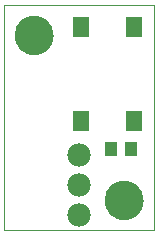
<source format=gts>
G75*
%MOIN*%
%OFA0B0*%
%FSLAX25Y25*%
%IPPOS*%
%LPD*%
%AMOC8*
5,1,8,0,0,1.08239X$1,22.5*
%
%ADD10C,0.00000*%
%ADD11C,0.12900*%
%ADD12C,0.07800*%
%ADD13R,0.04337X0.04731*%
%ADD14R,0.05518X0.06502*%
D10*
X0001655Y0001500D02*
X0001655Y0076500D01*
X0051655Y0076500D01*
X0051655Y0001500D01*
X0001655Y0001500D01*
X0035405Y0011500D02*
X0035407Y0011658D01*
X0035413Y0011815D01*
X0035423Y0011973D01*
X0035437Y0012130D01*
X0035455Y0012286D01*
X0035476Y0012443D01*
X0035502Y0012598D01*
X0035532Y0012753D01*
X0035565Y0012907D01*
X0035603Y0013060D01*
X0035644Y0013213D01*
X0035689Y0013364D01*
X0035738Y0013514D01*
X0035791Y0013662D01*
X0035847Y0013810D01*
X0035908Y0013955D01*
X0035971Y0014100D01*
X0036039Y0014242D01*
X0036110Y0014383D01*
X0036184Y0014522D01*
X0036262Y0014659D01*
X0036344Y0014794D01*
X0036428Y0014927D01*
X0036517Y0015058D01*
X0036608Y0015186D01*
X0036703Y0015313D01*
X0036800Y0015436D01*
X0036901Y0015558D01*
X0037005Y0015676D01*
X0037112Y0015792D01*
X0037222Y0015905D01*
X0037334Y0016016D01*
X0037450Y0016123D01*
X0037568Y0016228D01*
X0037688Y0016330D01*
X0037811Y0016428D01*
X0037937Y0016524D01*
X0038065Y0016616D01*
X0038195Y0016705D01*
X0038327Y0016791D01*
X0038462Y0016873D01*
X0038599Y0016952D01*
X0038737Y0017027D01*
X0038877Y0017099D01*
X0039020Y0017167D01*
X0039163Y0017232D01*
X0039309Y0017293D01*
X0039456Y0017350D01*
X0039604Y0017404D01*
X0039754Y0017454D01*
X0039904Y0017500D01*
X0040056Y0017542D01*
X0040209Y0017581D01*
X0040363Y0017615D01*
X0040518Y0017646D01*
X0040673Y0017672D01*
X0040829Y0017695D01*
X0040986Y0017714D01*
X0041143Y0017729D01*
X0041300Y0017740D01*
X0041458Y0017747D01*
X0041616Y0017750D01*
X0041773Y0017749D01*
X0041931Y0017744D01*
X0042088Y0017735D01*
X0042246Y0017722D01*
X0042402Y0017705D01*
X0042559Y0017684D01*
X0042714Y0017660D01*
X0042869Y0017631D01*
X0043024Y0017598D01*
X0043177Y0017562D01*
X0043330Y0017521D01*
X0043481Y0017477D01*
X0043631Y0017429D01*
X0043780Y0017378D01*
X0043928Y0017322D01*
X0044074Y0017263D01*
X0044219Y0017200D01*
X0044362Y0017133D01*
X0044503Y0017063D01*
X0044642Y0016990D01*
X0044780Y0016913D01*
X0044916Y0016832D01*
X0045049Y0016748D01*
X0045180Y0016661D01*
X0045309Y0016570D01*
X0045436Y0016476D01*
X0045561Y0016379D01*
X0045682Y0016279D01*
X0045802Y0016176D01*
X0045918Y0016070D01*
X0046032Y0015961D01*
X0046144Y0015849D01*
X0046252Y0015735D01*
X0046357Y0015617D01*
X0046460Y0015497D01*
X0046559Y0015375D01*
X0046655Y0015250D01*
X0046748Y0015122D01*
X0046838Y0014993D01*
X0046924Y0014861D01*
X0047008Y0014727D01*
X0047087Y0014591D01*
X0047164Y0014453D01*
X0047236Y0014313D01*
X0047305Y0014171D01*
X0047371Y0014028D01*
X0047433Y0013883D01*
X0047491Y0013736D01*
X0047546Y0013588D01*
X0047597Y0013439D01*
X0047644Y0013288D01*
X0047687Y0013137D01*
X0047726Y0012984D01*
X0047762Y0012830D01*
X0047793Y0012676D01*
X0047821Y0012521D01*
X0047845Y0012365D01*
X0047865Y0012208D01*
X0047881Y0012051D01*
X0047893Y0011894D01*
X0047901Y0011737D01*
X0047905Y0011579D01*
X0047905Y0011421D01*
X0047901Y0011263D01*
X0047893Y0011106D01*
X0047881Y0010949D01*
X0047865Y0010792D01*
X0047845Y0010635D01*
X0047821Y0010479D01*
X0047793Y0010324D01*
X0047762Y0010170D01*
X0047726Y0010016D01*
X0047687Y0009863D01*
X0047644Y0009712D01*
X0047597Y0009561D01*
X0047546Y0009412D01*
X0047491Y0009264D01*
X0047433Y0009117D01*
X0047371Y0008972D01*
X0047305Y0008829D01*
X0047236Y0008687D01*
X0047164Y0008547D01*
X0047087Y0008409D01*
X0047008Y0008273D01*
X0046924Y0008139D01*
X0046838Y0008007D01*
X0046748Y0007878D01*
X0046655Y0007750D01*
X0046559Y0007625D01*
X0046460Y0007503D01*
X0046357Y0007383D01*
X0046252Y0007265D01*
X0046144Y0007151D01*
X0046032Y0007039D01*
X0045918Y0006930D01*
X0045802Y0006824D01*
X0045682Y0006721D01*
X0045561Y0006621D01*
X0045436Y0006524D01*
X0045309Y0006430D01*
X0045180Y0006339D01*
X0045049Y0006252D01*
X0044916Y0006168D01*
X0044780Y0006087D01*
X0044642Y0006010D01*
X0044503Y0005937D01*
X0044362Y0005867D01*
X0044219Y0005800D01*
X0044074Y0005737D01*
X0043928Y0005678D01*
X0043780Y0005622D01*
X0043631Y0005571D01*
X0043481Y0005523D01*
X0043330Y0005479D01*
X0043177Y0005438D01*
X0043024Y0005402D01*
X0042869Y0005369D01*
X0042714Y0005340D01*
X0042559Y0005316D01*
X0042402Y0005295D01*
X0042246Y0005278D01*
X0042088Y0005265D01*
X0041931Y0005256D01*
X0041773Y0005251D01*
X0041616Y0005250D01*
X0041458Y0005253D01*
X0041300Y0005260D01*
X0041143Y0005271D01*
X0040986Y0005286D01*
X0040829Y0005305D01*
X0040673Y0005328D01*
X0040518Y0005354D01*
X0040363Y0005385D01*
X0040209Y0005419D01*
X0040056Y0005458D01*
X0039904Y0005500D01*
X0039754Y0005546D01*
X0039604Y0005596D01*
X0039456Y0005650D01*
X0039309Y0005707D01*
X0039163Y0005768D01*
X0039020Y0005833D01*
X0038877Y0005901D01*
X0038737Y0005973D01*
X0038599Y0006048D01*
X0038462Y0006127D01*
X0038327Y0006209D01*
X0038195Y0006295D01*
X0038065Y0006384D01*
X0037937Y0006476D01*
X0037811Y0006572D01*
X0037688Y0006670D01*
X0037568Y0006772D01*
X0037450Y0006877D01*
X0037334Y0006984D01*
X0037222Y0007095D01*
X0037112Y0007208D01*
X0037005Y0007324D01*
X0036901Y0007442D01*
X0036800Y0007564D01*
X0036703Y0007687D01*
X0036608Y0007814D01*
X0036517Y0007942D01*
X0036428Y0008073D01*
X0036344Y0008206D01*
X0036262Y0008341D01*
X0036184Y0008478D01*
X0036110Y0008617D01*
X0036039Y0008758D01*
X0035971Y0008900D01*
X0035908Y0009045D01*
X0035847Y0009190D01*
X0035791Y0009338D01*
X0035738Y0009486D01*
X0035689Y0009636D01*
X0035644Y0009787D01*
X0035603Y0009940D01*
X0035565Y0010093D01*
X0035532Y0010247D01*
X0035502Y0010402D01*
X0035476Y0010557D01*
X0035455Y0010714D01*
X0035437Y0010870D01*
X0035423Y0011027D01*
X0035413Y0011185D01*
X0035407Y0011342D01*
X0035405Y0011500D01*
X0005405Y0066500D02*
X0005407Y0066658D01*
X0005413Y0066815D01*
X0005423Y0066973D01*
X0005437Y0067130D01*
X0005455Y0067286D01*
X0005476Y0067443D01*
X0005502Y0067598D01*
X0005532Y0067753D01*
X0005565Y0067907D01*
X0005603Y0068060D01*
X0005644Y0068213D01*
X0005689Y0068364D01*
X0005738Y0068514D01*
X0005791Y0068662D01*
X0005847Y0068810D01*
X0005908Y0068955D01*
X0005971Y0069100D01*
X0006039Y0069242D01*
X0006110Y0069383D01*
X0006184Y0069522D01*
X0006262Y0069659D01*
X0006344Y0069794D01*
X0006428Y0069927D01*
X0006517Y0070058D01*
X0006608Y0070186D01*
X0006703Y0070313D01*
X0006800Y0070436D01*
X0006901Y0070558D01*
X0007005Y0070676D01*
X0007112Y0070792D01*
X0007222Y0070905D01*
X0007334Y0071016D01*
X0007450Y0071123D01*
X0007568Y0071228D01*
X0007688Y0071330D01*
X0007811Y0071428D01*
X0007937Y0071524D01*
X0008065Y0071616D01*
X0008195Y0071705D01*
X0008327Y0071791D01*
X0008462Y0071873D01*
X0008599Y0071952D01*
X0008737Y0072027D01*
X0008877Y0072099D01*
X0009020Y0072167D01*
X0009163Y0072232D01*
X0009309Y0072293D01*
X0009456Y0072350D01*
X0009604Y0072404D01*
X0009754Y0072454D01*
X0009904Y0072500D01*
X0010056Y0072542D01*
X0010209Y0072581D01*
X0010363Y0072615D01*
X0010518Y0072646D01*
X0010673Y0072672D01*
X0010829Y0072695D01*
X0010986Y0072714D01*
X0011143Y0072729D01*
X0011300Y0072740D01*
X0011458Y0072747D01*
X0011616Y0072750D01*
X0011773Y0072749D01*
X0011931Y0072744D01*
X0012088Y0072735D01*
X0012246Y0072722D01*
X0012402Y0072705D01*
X0012559Y0072684D01*
X0012714Y0072660D01*
X0012869Y0072631D01*
X0013024Y0072598D01*
X0013177Y0072562D01*
X0013330Y0072521D01*
X0013481Y0072477D01*
X0013631Y0072429D01*
X0013780Y0072378D01*
X0013928Y0072322D01*
X0014074Y0072263D01*
X0014219Y0072200D01*
X0014362Y0072133D01*
X0014503Y0072063D01*
X0014642Y0071990D01*
X0014780Y0071913D01*
X0014916Y0071832D01*
X0015049Y0071748D01*
X0015180Y0071661D01*
X0015309Y0071570D01*
X0015436Y0071476D01*
X0015561Y0071379D01*
X0015682Y0071279D01*
X0015802Y0071176D01*
X0015918Y0071070D01*
X0016032Y0070961D01*
X0016144Y0070849D01*
X0016252Y0070735D01*
X0016357Y0070617D01*
X0016460Y0070497D01*
X0016559Y0070375D01*
X0016655Y0070250D01*
X0016748Y0070122D01*
X0016838Y0069993D01*
X0016924Y0069861D01*
X0017008Y0069727D01*
X0017087Y0069591D01*
X0017164Y0069453D01*
X0017236Y0069313D01*
X0017305Y0069171D01*
X0017371Y0069028D01*
X0017433Y0068883D01*
X0017491Y0068736D01*
X0017546Y0068588D01*
X0017597Y0068439D01*
X0017644Y0068288D01*
X0017687Y0068137D01*
X0017726Y0067984D01*
X0017762Y0067830D01*
X0017793Y0067676D01*
X0017821Y0067521D01*
X0017845Y0067365D01*
X0017865Y0067208D01*
X0017881Y0067051D01*
X0017893Y0066894D01*
X0017901Y0066737D01*
X0017905Y0066579D01*
X0017905Y0066421D01*
X0017901Y0066263D01*
X0017893Y0066106D01*
X0017881Y0065949D01*
X0017865Y0065792D01*
X0017845Y0065635D01*
X0017821Y0065479D01*
X0017793Y0065324D01*
X0017762Y0065170D01*
X0017726Y0065016D01*
X0017687Y0064863D01*
X0017644Y0064712D01*
X0017597Y0064561D01*
X0017546Y0064412D01*
X0017491Y0064264D01*
X0017433Y0064117D01*
X0017371Y0063972D01*
X0017305Y0063829D01*
X0017236Y0063687D01*
X0017164Y0063547D01*
X0017087Y0063409D01*
X0017008Y0063273D01*
X0016924Y0063139D01*
X0016838Y0063007D01*
X0016748Y0062878D01*
X0016655Y0062750D01*
X0016559Y0062625D01*
X0016460Y0062503D01*
X0016357Y0062383D01*
X0016252Y0062265D01*
X0016144Y0062151D01*
X0016032Y0062039D01*
X0015918Y0061930D01*
X0015802Y0061824D01*
X0015682Y0061721D01*
X0015561Y0061621D01*
X0015436Y0061524D01*
X0015309Y0061430D01*
X0015180Y0061339D01*
X0015049Y0061252D01*
X0014916Y0061168D01*
X0014780Y0061087D01*
X0014642Y0061010D01*
X0014503Y0060937D01*
X0014362Y0060867D01*
X0014219Y0060800D01*
X0014074Y0060737D01*
X0013928Y0060678D01*
X0013780Y0060622D01*
X0013631Y0060571D01*
X0013481Y0060523D01*
X0013330Y0060479D01*
X0013177Y0060438D01*
X0013024Y0060402D01*
X0012869Y0060369D01*
X0012714Y0060340D01*
X0012559Y0060316D01*
X0012402Y0060295D01*
X0012246Y0060278D01*
X0012088Y0060265D01*
X0011931Y0060256D01*
X0011773Y0060251D01*
X0011616Y0060250D01*
X0011458Y0060253D01*
X0011300Y0060260D01*
X0011143Y0060271D01*
X0010986Y0060286D01*
X0010829Y0060305D01*
X0010673Y0060328D01*
X0010518Y0060354D01*
X0010363Y0060385D01*
X0010209Y0060419D01*
X0010056Y0060458D01*
X0009904Y0060500D01*
X0009754Y0060546D01*
X0009604Y0060596D01*
X0009456Y0060650D01*
X0009309Y0060707D01*
X0009163Y0060768D01*
X0009020Y0060833D01*
X0008877Y0060901D01*
X0008737Y0060973D01*
X0008599Y0061048D01*
X0008462Y0061127D01*
X0008327Y0061209D01*
X0008195Y0061295D01*
X0008065Y0061384D01*
X0007937Y0061476D01*
X0007811Y0061572D01*
X0007688Y0061670D01*
X0007568Y0061772D01*
X0007450Y0061877D01*
X0007334Y0061984D01*
X0007222Y0062095D01*
X0007112Y0062208D01*
X0007005Y0062324D01*
X0006901Y0062442D01*
X0006800Y0062564D01*
X0006703Y0062687D01*
X0006608Y0062814D01*
X0006517Y0062942D01*
X0006428Y0063073D01*
X0006344Y0063206D01*
X0006262Y0063341D01*
X0006184Y0063478D01*
X0006110Y0063617D01*
X0006039Y0063758D01*
X0005971Y0063900D01*
X0005908Y0064045D01*
X0005847Y0064190D01*
X0005791Y0064338D01*
X0005738Y0064486D01*
X0005689Y0064636D01*
X0005644Y0064787D01*
X0005603Y0064940D01*
X0005565Y0065093D01*
X0005532Y0065247D01*
X0005502Y0065402D01*
X0005476Y0065557D01*
X0005455Y0065714D01*
X0005437Y0065870D01*
X0005423Y0066027D01*
X0005413Y0066185D01*
X0005407Y0066342D01*
X0005405Y0066500D01*
D11*
X0011655Y0066500D03*
X0041655Y0011500D03*
D12*
X0026655Y0006500D03*
X0026655Y0016500D03*
X0026655Y0026500D03*
D13*
X0037309Y0028500D03*
X0044002Y0028500D03*
D14*
X0045013Y0037850D03*
X0027297Y0037850D03*
X0027297Y0069150D03*
X0045013Y0069150D03*
M02*

</source>
